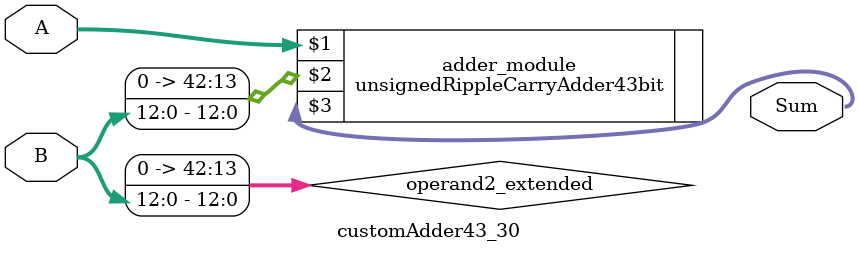
<source format=v>
module customAdder43_30(
                        input [42 : 0] A,
                        input [12 : 0] B,
                        
                        output [43 : 0] Sum
                );

        wire [42 : 0] operand2_extended;
        
        assign operand2_extended =  {30'b0, B};
        
        unsignedRippleCarryAdder43bit adder_module(
            A,
            operand2_extended,
            Sum
        );
        
        endmodule
        
</source>
